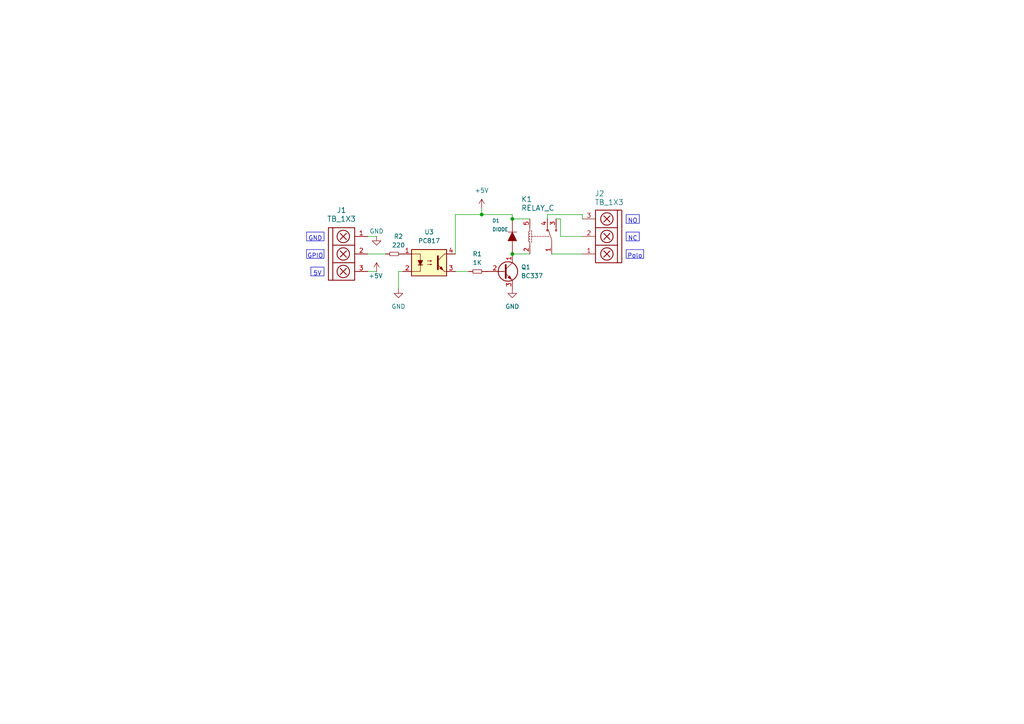
<source format=kicad_sch>
(kicad_sch (version 20231120) (generator "eeschema") (generator_version "8.0")
  (paper "A4")
  (lib_symbols
    (symbol "EESTN5:BC547" (pin_names (offset 0) hide)
      (property "Reference" "Q" (at 5.08 1.905 0))
      (property "Value" "BC547" (at 5.08 0 0))
      (symbol "BC547_0_1"
        (polyline (pts (xy 0 0) (xy 0.635 0)))
        (polyline (pts (xy 0.635 0.635) (xy 2.54 2.54)))
        (polyline (pts (xy 0.635 -0.635) (xy 2.54 -2.54) (xy 2.54 -2.54)))
        (polyline (pts (xy 0.635 1.905) (xy 0.635 -1.905) (xy 0.635 -1.905)) (stroke (width 0.508)))
        (polyline (pts (xy 1.27 -1.778) (xy 1.778 -1.27) (xy 2.286 -2.286) (xy 1.27 -1.778) (xy 1.27 -1.778)) (fill (type outline)))
        (circle (center 1.27 0) (radius 2.8194) (stroke (width 0.254)))
      )
      (symbol "BC547_1_1"
        (pin passive line (at 2.54 5.08 270) (length 2.54) (name "C") (number "1"))
        (pin input line (at -5.08 0 0) (length 5.08) (name "B") (number "2"))
        (pin passive line (at 2.54 -5.08 90) (length 2.54) (name "E") (number "3"))
      )
    )
    (symbol "EESTN5:DIODE" (pin_numbers hide) (pin_names (offset 1.016) hide)
      (property "Reference" "D" (at 0 2.54 0))
      (property "Value" "DIODE" (at 0 -2.54 0))
      (symbol "DIODE_0_1"
        (polyline (pts (xy -1.27 1.27) (xy -1.27 -1.27)))
        (polyline (pts (xy 1.27 1.27) (xy 1.27 -1.27)) (stroke (width 0.1524)))
        (polyline (pts (xy -1.27 1.27) (xy 1.27 0) (xy -1.27 -1.27)) (fill (type outline)))
      )
      (symbol "DIODE_1_1"
        (pin passive line (at -5.08 0 0) (length 3.81) (name "A") (number "1"))
        (pin passive line (at 5.08 0 180) (length 3.81) (name "K") (number "2"))
      )
    )
    (symbol "EESTN5:PC817" (pin_names (offset 1.016))
      (property "Reference" "U" (at -5.08 5.08 0))
      (property "Value" "PC817" (at 0 5.08 0))
      (symbol "PC817_0_1"
        (rectangle (start -5.08 3.81) (end 5.08 -3.81) (stroke (width 0.254)) (fill (type background)))
        (polyline (pts (xy -3.175 -0.635) (xy -1.905 -0.635)) (stroke (width 0.254)))
        (polyline (pts (xy 2.54 0.635) (xy 4.445 2.54)))
        (polyline (pts (xy 4.445 -2.54) (xy 2.54 -0.635)) (fill (type outline)))
        (polyline (pts (xy 4.445 -2.54) (xy 5.08 -2.54)))
        (polyline (pts (xy 4.445 2.54) (xy 5.08 2.54)))
        (polyline (pts (xy -5.08 2.54) (xy -2.54 2.54) (xy -2.54 0.635)))
        (polyline (pts (xy -2.54 -0.635) (xy -2.54 -2.54) (xy -5.08 -2.54)))
        (polyline (pts (xy 2.54 1.905) (xy 2.54 -1.905) (xy 2.54 -1.905)) (stroke (width 0.508)))
        (polyline (pts (xy -2.54 -0.635) (xy -3.175 0.635) (xy -1.905 0.635) (xy -2.54 -0.635)) (stroke (width 0.254)) (fill (type outline)))
        (polyline (pts (xy -0.508 -0.508) (xy 0.762 -0.508) (xy 0.381 -0.635) (xy 0.381 -0.381) (xy 0.762 -0.508)))
        (polyline (pts (xy -0.508 0.508) (xy 0.762 0.508) (xy 0.381 0.381) (xy 0.381 0.635) (xy 0.762 0.508)))
        (polyline (pts (xy 3.048 -1.651) (xy 3.556 -1.143) (xy 4.064 -2.159) (xy 3.048 -1.651) (xy 3.048 -1.651)) (fill (type outline)))
      )
      (symbol "PC817_1_1"
        (pin passive line (at -7.62 2.54 0) (length 2.54) (name "~") (number "1"))
        (pin passive line (at -7.62 -2.54 0) (length 2.54) (name "~") (number "2"))
        (pin passive line (at 7.62 -2.54 180) (length 2.54) (name "~") (number "3"))
        (pin passive line (at 7.62 2.54 180) (length 2.54) (name "~") (number "4"))
      )
    )
    (symbol "EESTN5:R" (pin_numbers hide) (pin_names (offset 0))
      (property "Reference" "R" (at -1.27 0 90))
      (property "Value" "R" (at 1.27 0 90))
      (symbol "R_0_1"
        (rectangle (start 0.508 1.27) (end -0.508 -1.27))
      )
      (symbol "R_1_1"
        (pin passive line (at 0 2.54 270) (length 1.27) (name "~") (number "1"))
        (pin passive line (at 0 -2.54 90) (length 1.27) (name "~") (number "2"))
      )
    )
    (symbol "EESTN5:RELAY_C" (pin_names (offset 1.016))
      (property "Reference" "K" (at 0 6.35 0))
      (property "Value" "RELAY_C" (at 0 -5.969 0))
      (symbol "RELAY_C_0_1"
        (arc (start -0.762 3.81) (mid -1.143 4.1894) (end -1.524 3.81))
        (polyline (pts (xy -1.778 3.302) (xy -1.27 3.302) (xy -1.27 3.302)))
        (polyline (pts (xy -1.524 -2.54) (xy -2.54 -2.54) (xy -2.54 -2.54)))
        (polyline (pts (xy -1.524 3.81) (xy -2.54 3.81) (xy -2.54 3.81)))
        (polyline (pts (xy -1.016 3.302) (xy -0.508 3.302) (xy -0.508 3.302)))
        (polyline (pts (xy -0.254 3.302) (xy 0.254 3.302) (xy 0.254 3.302)))
        (polyline (pts (xy 0 -1.27) (xy 0 -1.778) (xy 0 -1.778)))
        (polyline (pts (xy 0 -0.508) (xy 0 -1.016) (xy 0 -1.016)))
        (polyline (pts (xy 0 0.254) (xy 0 -0.254) (xy 0 -0.254)))
        (polyline (pts (xy 0 1.016) (xy 0 0.508) (xy 0 0.508)))
        (polyline (pts (xy 0 1.778) (xy 0 1.27) (xy 0 1.27)))
        (polyline (pts (xy 0 2.54) (xy 0 2.032) (xy 0 2.032)))
        (polyline (pts (xy 0 3.302) (xy 0 2.794) (xy 0 2.794)))
        (polyline (pts (xy 0.508 3.302) (xy 1.016 3.302) (xy 1.016 3.302)))
        (polyline (pts (xy 1.27 3.302) (xy 1.778 3.302) (xy 1.778 3.302)))
        (polyline (pts (xy 1.524 3.81) (xy 2.54 3.81) (xy 2.54 3.81)))
        (polyline (pts (xy 2.54 -3.81) (xy 1.778 -3.81) (xy 1.778 -3.81)))
        (polyline (pts (xy 2.54 -1.27) (xy 1.778 -1.27) (xy 1.778 -1.27)))
        (polyline (pts (xy -1.524 -2.54) (xy -1.016 -2.54) (xy 2.032 -1.524) (xy 2.032 -1.524)))
        (arc (start 0 3.81) (mid -0.381 4.1894) (end -0.762 3.81))
        (arc (start 0.762 3.81) (mid 0.381 4.1894) (end 0 3.81))
        (arc (start 1.524 3.81) (mid 1.143 4.1894) (end 0.762 3.81))
        (circle (center 1.778 -3.81) (radius 0.254))
        (circle (center 1.778 -1.27) (radius 0.254))
      )
      (symbol "RELAY_C_1_1"
        (pin passive line (at -5.08 -2.54 0) (length 2.54) (name "~") (number "1"))
        (pin passive line (at -5.08 3.81 0) (length 2.54) (name "~") (number "2"))
        (pin passive line (at 5.08 -3.81 180) (length 2.54) (name "~") (number "3"))
        (pin passive line (at 5.08 -1.27 180) (length 2.54) (name "~") (number "4"))
        (pin passive line (at 5.08 3.81 180) (length 2.54) (name "~") (number "5"))
      )
    )
    (symbol "EESTN5:TB_1X3" (pin_names (offset 1.016))
      (property "Reference" "J" (at 0 7.62 0))
      (property "Value" "TB_1X3" (at 1.27 -11.43 0))
      (symbol "TB_1X3_0_1"
        (rectangle (start -2.54 5.08) (end 5.08 -10.16) (stroke (width 0.254)))
        (polyline (pts (xy -1.27 -5.08) (xy 5.08 -5.08)) (stroke (width 0.254)))
        (polyline (pts (xy -1.27 0) (xy 5.08 0)) (stroke (width 0.254)))
        (polyline (pts (xy -1.27 5.08) (xy -1.27 -10.16)) (stroke (width 0.254)))
        (polyline (pts (xy 0.889 -8.509) (xy 2.667 -6.731)) (stroke (width 0.254)))
        (polyline (pts (xy 0.889 -6.731) (xy 2.667 -8.509)) (stroke (width 0.254)))
        (polyline (pts (xy 0.889 -3.429) (xy 2.667 -1.651)) (stroke (width 0.254)))
        (polyline (pts (xy 0.889 -1.651) (xy 2.667 -3.429)) (stroke (width 0.254)))
        (polyline (pts (xy 0.889 1.651) (xy 2.667 3.429)) (stroke (width 0.254)))
        (polyline (pts (xy 0.889 3.429) (xy 2.667 1.651)) (stroke (width 0.254)))
        (circle (center 1.778 -7.62) (radius 1.8034) (stroke (width 0.254)))
        (circle (center 1.778 -2.54) (radius 1.8034) (stroke (width 0.254)))
        (circle (center 1.778 2.54) (radius 1.8034) (stroke (width 0.254)))
      )
      (symbol "TB_1X3_1_1"
        (pin input line (at 8.89 2.54 180) (length 3.81) (name "~") (number "1"))
        (pin input line (at 8.89 -2.54 180) (length 3.81) (name "~") (number "2"))
        (pin input line (at 8.89 -7.62 180) (length 3.81) (name "~") (number "3"))
      )
    )
    (symbol "power:+5V" (power) (pin_numbers hide) (pin_names (offset 0) hide)
      (property "Value" "+5V" (at 0 3.556 0))
      (symbol "+5V_0_1"
        (polyline (pts (xy -0.762 1.27) (xy 0 2.54)))
        (polyline (pts (xy 0 0) (xy 0 2.54)))
        (polyline (pts (xy 0 2.54) (xy 0.762 1.27)))
      )
      (symbol "+5V_1_1"
        (pin power_in line (at 0 0 90) (length 0) (name "~") (number "1"))
      )
    )
    (symbol "power:GND" (power) (pin_numbers hide) (pin_names (offset 0) hide)
      (property "Value" "GND" (at 0 -3.81 0))
      (symbol "GND_0_1"
        (polyline (pts (xy 0 0) (xy 0 -1.27) (xy 1.27 -1.27) (xy 0 -2.54) (xy -1.27 -1.27) (xy 0 -1.27)))
      )
      (symbol "GND_1_1"
        (pin power_in line (at 0 0 270) (length 0) (name "~") (number "1"))
      )
    )
  )
  (junction (at 139.7 62.23))
  (junction (at 148.59 63.5))
  (junction (at 148.59 73.66))
  (wire (pts (xy 160.02 73.66) (xy 168.91 73.66)))
  (wire (pts (xy 139.7 62.23) (xy 148.59 62.23)))
  (wire (pts (xy 158.75 62.23) (xy 168.91 62.23)))
  (wire (pts (xy 106.68 78.74) (xy 109.22 78.74)))
  (wire (pts (xy 161.29 63.5) (xy 162.56 63.5)))
  (wire (pts (xy 148.59 63.5) (xy 153.67 63.5)))
  (wire (pts (xy 106.68 68.58) (xy 109.22 68.58)))
  (wire (pts (xy 132.08 73.66) (xy 132.08 62.23)))
  (wire (pts (xy 106.68 73.66) (xy 111.76 73.66)))
  (wire (pts (xy 132.08 78.74) (xy 135.89 78.74)))
  (wire (pts (xy 162.56 63.5) (xy 162.56 68.58)))
  (wire (pts (xy 162.56 68.58) (xy 168.91 68.58)))
  (wire (pts (xy 168.91 62.23) (xy 168.91 63.5)))
  (wire (pts (xy 139.7 62.23) (xy 132.08 62.23)))
  (wire (pts (xy 139.7 60.325) (xy 139.7 62.23)))
  (wire (pts (xy 115.57 78.74) (xy 115.57 83.82)))
  (wire (pts (xy 148.59 73.66) (xy 153.67 73.66)))
  (wire (pts (xy 158.75 63.5) (xy 158.75 62.23)))
  (wire (pts (xy 148.59 62.23) (xy 148.59 63.5)))
  (wire (pts (xy 115.57 78.74) (xy 116.84 78.74)))
  (text_box "GND" (at 88.9 67.31 0) (size 5.08 2.54) (effects (font (size 1.27 1.27)) (justify top)))
  (text_box "NC" (at 181.61 67.31 0) (size 3.81 2.54) (effects (font (size 1.27 1.27)) (justify top)))
  (text_box "NO" (at 181.61 62.23 0) (size 3.81 2.54) (effects (font (size 1.27 1.27)) (justify top)))
  (text_box "5V" (at 90.17 77.47 0) (size 3.81 2.54) (effects (font (size 1.27 1.27)) (justify top)))
  (text_box "GPIO\n" (at 88.9 72.39 0) (size 5.08 2.54) (effects (font (size 1.27 1.27)) (justify top)))
  (text_box "Polo" (at 181.61 72.39 0) (size 5.08 2.54) (effects (font (size 1.27 1.27)) (justify top)))
  (symbol (lib_id "EESTN5:PC817") (at 124.46 76.2 0) (unit 1)
    (property "Reference" "U3" (at 124.46 67.31 0))
    (property "Value" "PC817" (at 124.46 69.85 0))
    (property "Footprint" "Package_DIP:DIP-4_W7.62mm" (effects (hide yes)))
    (property "Datasheet" "http://www.soselectronic.cz/a_info/resource/d/pc817.pdf" (effects (hide yes)))
    (property "Description" "DC Optocoupler, Vce 35V, CTR 50-300%, DIP4" (effects (hide yes)))
  )
  (symbol (lib_id "EESTN5:TB_1X3") (at 97.79 71.12 0) (unit 1)
    (property "Reference" "J1" (at 99.06 60.96 0) (effects (font (size 1.524 1.524))))
    (property "Value" "TB_1X3" (at 99.06 63.5 0) (effects (font (size 1.524 1.524))))
    (property "Footprint" "Connector_Molex:Molex_KK-254_AE-6410-03A_1x03_P2.54mm_Vertical" (effects (hide yes)))
  )
  (symbol (lib_id "EESTN5:R") (at 138.43 78.74 90) (unit 1)
    (property "Reference" "R1" (at 138.43 73.66 90))
    (property "Value" "1K" (at 138.43 76.2 90))
    (property "Footprint" "Resistor_THT:R_Axial_DIN0207_L6.3mm_D2.5mm_P10.16mm_Horizontal" (effects (hide yes)))
    (property "Description" "Resistor" (effects (hide yes)))
  )
  (symbol (lib_id "power:+5V") (at 109.22 78.74 0) (unit 1)
    (property "Reference" "#PWR05" (effects (hide yes)))
    (property "Value" "+5V" (at 108.966 80.01 0))
    (property "Description" "Power symbol creates a global label with name \"+5V\"" (effects (hide yes)))
  )
  (symbol (lib_id "power:GND") (at 115.57 83.82 0) (unit 1)
    (property "Reference" "#PWR02" (effects (hide yes)))
    (property "Value" "GND" (at 115.57 88.9 0))
    (property "Description" "Power symbol creates a global label with name \"GND\" , ground" (effects (hide yes)))
  )
  (symbol (lib_id "EESTN5:TB_1X3") (at 177.8 71.12 180) (unit 1)
    (property "Reference" "J2" (at 172.466 56.134 0) (effects (font (size 1.524 1.524)) (justify right)))
    (property "Value" "TB_1X3" (at 172.466 58.674 0) (effects (font (size 1.524 1.524)) (justify right)))
    (property "Footprint" "Connector_Molex:Molex_KK-254_AE-6410-03A_1x03_P2.54mm_Vertical" (effects (hide yes)))
  )
  (symbol (lib_id "power:+5V") (at 139.7 60.325 0) (unit 1)
    (property "Reference" "#PWR03" (effects (hide yes)))
    (property "Value" "+5V" (at 139.7 55.245 0))
    (property "Description" "Power symbol creates a global label with name \"+5V\"" (effects (hide yes)))
  )
  (symbol (lib_id "EESTN5:R") (at 114.3 73.66 90) (unit 1)
    (property "Reference" "R2" (at 115.57 68.58 90))
    (property "Value" "220" (at 115.57 71.12 90))
    (property "Footprint" "Resistor_THT:R_Axial_DIN0207_L6.3mm_D2.5mm_P10.16mm_Horizontal" (effects (hide yes)))
    (property "Description" "Resistor" (effects (hide yes)))
  )
  (symbol (lib_id "power:GND") (at 109.22 68.58 0) (unit 1)
    (property "Reference" "#PWR04" (effects (hide yes)))
    (property "Value" "GND" (at 109.22 67.056 0))
    (property "Description" "Power symbol creates a global label with name \"GND\" , ground" (effects (hide yes)))
  )
  (symbol (lib_id "power:GND") (at 148.59 83.82 0) (unit 1)
    (property "Reference" "#PWR01" (effects (hide yes)))
    (property "Value" "GND" (at 148.59 88.9 0))
    (property "Description" "Power symbol creates a global label with name \"GND\" , ground" (effects (hide yes)))
  )
  (symbol (lib_id "EESTN5:BC547") (at 146.05 78.74 0) (unit 1)
    (property "Reference" "Q1" (at 151.13 77.4699 0) (effects (justify left)))
    (property "Value" "BC337" (at 151.13 80.0099 0) (effects (justify left)))
    (property "Footprint" "Package_TO_SOT_THT:TO-92L_Inline_Wide" (effects (hide yes)))
    (property "Datasheet" "http://www.fairchildsemi.com/ds/BC/BC547.pdf" (effects (hide yes)))
    (property "Description" "45V Vce, 0.1A Ic, NPN, Small Signal Transistor, TO-92" (effects (hide yes)))
  )
  (symbol (lib_id "EESTN5:DIODE") (at 148.59 68.58 90) (unit 1)
    (property "Reference" "D1" (at 142.748 64.008 90) (effects (font (size 1.016 1.016)) (justify right)))
    (property "Value" "DIODE" (at 142.748 66.548 90) (effects (font (size 1.016 1.016)) (justify right)))
    (property "Footprint" "Diode_THT:D_A-405_P7.62mm_Horizontal" (effects (hide yes)))
  )
  (symbol (lib_id "EESTN5:RELAY_C") (at 157.48 68.58 90) (unit 1)
    (property "Reference" "K1" (at 151.13 57.785 90) (effects (font (size 1.524 1.524)) (justify right)))
    (property "Value" "RELAY_C" (at 151.13 60.325 90) (effects (font (size 1.524 1.524)) (justify right)))
    (property "Footprint" "Relay_THT:Relay_SPDT_SANYOU_SRD_Series_Form_C" (effects (hide yes)))
  )
)
</source>
